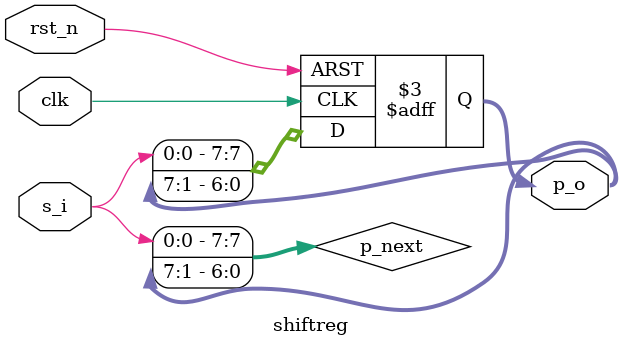
<source format=v>
module shiftreg #(parameter n = 8)(clk,rst_n,s_i,p_o);
    input clk,rst_n,s_i;
    output reg [n-1:0] p_o;

    reg [n-1:0] p_next;

    always @(posedge clk,negedge rst_n)
        begin
            if(!rst_n)
                p_o<=0;
            else
                p_o<=p_next;
        end
    
    assign p_next={s_i,p_o[n-1:1]};

endmodule
</source>
